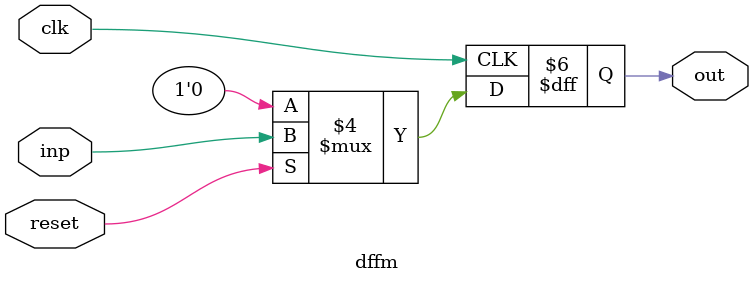
<source format=v>
module top_module (
    input clk,
    input resetn,   // synchronous reset
    input in,
    output out);
wire o1,o2,o3;
    dffm d1(in,clk,resetn,o1);
    dffm d2(o1,clk,resetn,o2);
    dffm d3(o2,clk,resetn,o3);
    dffm d4(o3,clk,resetn,out);
endmodule
module dffm(inp,clk,reset,out);
    input inp,clk,reset;
    output reg out;
    always @(posedge clk)
        begin
            if (~reset)
                out<=1'b0;
            else
                out<=inp;
        end
endmodule
</source>
